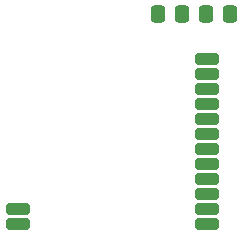
<source format=gbr>
%TF.GenerationSoftware,KiCad,Pcbnew,7.0.1*%
%TF.CreationDate,2023-03-26T17:18:11+02:00*%
%TF.ProjectId,AS4432_ANT_PMOD,41533434-3332-45f4-914e-545f504d4f44,rev?*%
%TF.SameCoordinates,Original*%
%TF.FileFunction,Paste,Top*%
%TF.FilePolarity,Positive*%
%FSLAX46Y46*%
G04 Gerber Fmt 4.6, Leading zero omitted, Abs format (unit mm)*
G04 Created by KiCad (PCBNEW 7.0.1) date 2023-03-26 17:18:11*
%MOMM*%
%LPD*%
G01*
G04 APERTURE LIST*
G04 Aperture macros list*
%AMRoundRect*
0 Rectangle with rounded corners*
0 $1 Rounding radius*
0 $2 $3 $4 $5 $6 $7 $8 $9 X,Y pos of 4 corners*
0 Add a 4 corners polygon primitive as box body*
4,1,4,$2,$3,$4,$5,$6,$7,$8,$9,$2,$3,0*
0 Add four circle primitives for the rounded corners*
1,1,$1+$1,$2,$3*
1,1,$1+$1,$4,$5*
1,1,$1+$1,$6,$7*
1,1,$1+$1,$8,$9*
0 Add four rect primitives between the rounded corners*
20,1,$1+$1,$2,$3,$4,$5,0*
20,1,$1+$1,$4,$5,$6,$7,0*
20,1,$1+$1,$6,$7,$8,$9,0*
20,1,$1+$1,$8,$9,$2,$3,0*%
G04 Aperture macros list end*
%ADD10RoundRect,0.250000X0.750000X0.250000X-0.750000X0.250000X-0.750000X-0.250000X0.750000X-0.250000X0*%
%ADD11RoundRect,0.250000X0.337500X0.475000X-0.337500X0.475000X-0.337500X-0.475000X0.337500X-0.475000X0*%
%ADD12RoundRect,0.250000X-0.337500X-0.475000X0.337500X-0.475000X0.337500X0.475000X-0.337500X0.475000X0*%
G04 APERTURE END LIST*
D10*
%TO.C,U1*%
X143826500Y-44450000D03*
X143826500Y-45720000D03*
X143826500Y-46990000D03*
X143826500Y-48260000D03*
X143826500Y-49530000D03*
X143826500Y-50800000D03*
X143826500Y-52070000D03*
X143826500Y-53340000D03*
X143826500Y-54610000D03*
X143826500Y-55880000D03*
X143826500Y-57150000D03*
X143826500Y-58420000D03*
X127826500Y-58420000D03*
X127826500Y-57150000D03*
%TD*%
D11*
%TO.C,C1*%
X141775000Y-40640000D03*
X139700000Y-40640000D03*
%TD*%
D12*
%TO.C,C2*%
X143742500Y-40640000D03*
X145817500Y-40640000D03*
%TD*%
M02*

</source>
